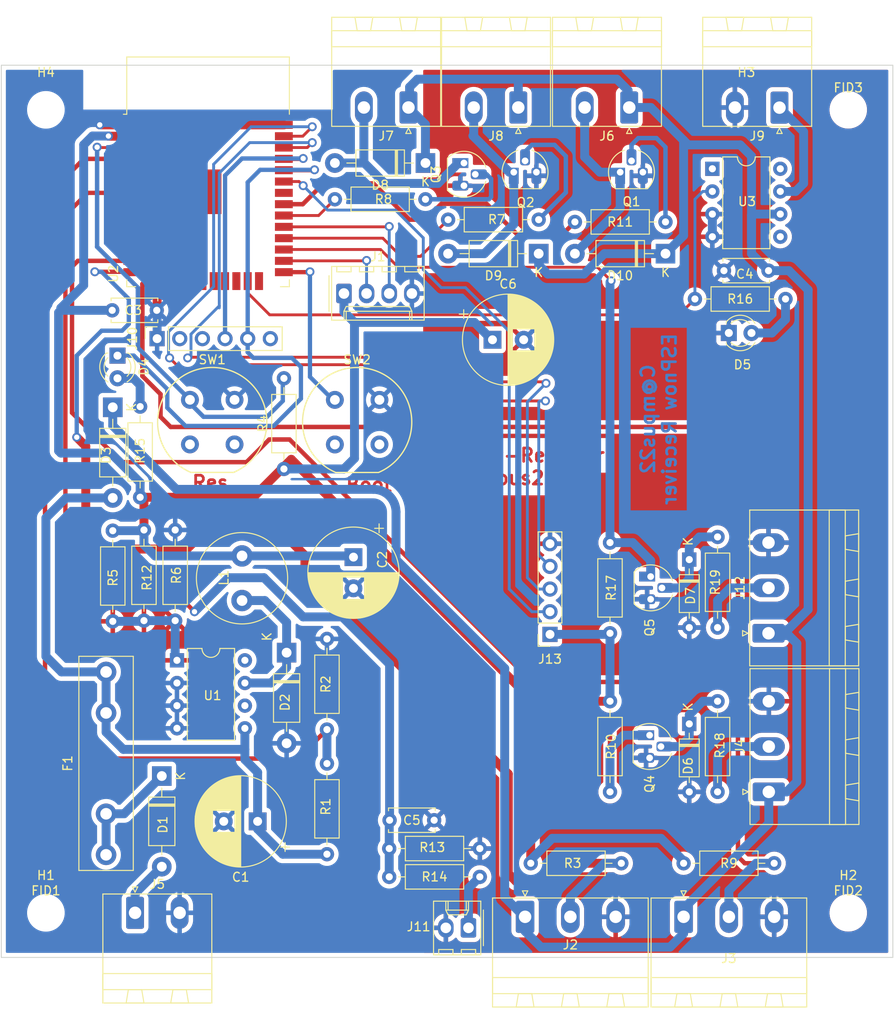
<source format=kicad_pcb>
(kicad_pcb (version 20211014) (generator pcbnew)
  (layers (0 "F.Cu" signal) (31 "B.Cu" signal) (34 "B.Paste" user) (35 "F.Paste" user) (36 "B.SilkS" user "B.Silkscreen") (37 "F.SilkS" user "F.Silkscreen") (38 "B.Mask" user) (39 "F.Mask" user) (44 "Edge.Cuts" user))
  (net 0 "")
  (net 1 "Net-(C1-Pad1)")
  (net 2 "GND")
  (net 3 "+3V3")
  (net 4 "+12V")
  (net 5 "Net-(C5-Pad1)")
  (net 6 "Net-(D1-Pad1)")
  (net 7 "Net-(D1-Pad2)")
  (net 8 "/OUT")
  (net 9 "/Tx")
  (net 10 "Net-(D4-Pad2)")
  (net 11 "Net-(D5-Pad2)")
  (net 12 "/SDA")
  (net 13 "/SCL")
  (net 14 "/ES1")
  (net 15 "/ES2")
  (net 16 "/S3")
  (net 17 "Net-(D8-Pad2)")
  (net 18 "Net-(D9-Pad2)")
  (net 19 "Net-(D10-Pad2)")
  (net 20 "Net-(J9-Pad1)")
  (net 21 "/RTS")
  (net 22 "/VCC")
  (net 23 "/Rx")
  (net 24 "/DTR")
  (net 25 "Net-(J11-Pad1)")
  (net 26 "Net-(Q1-Pad2)")
  (net 27 "Net-(Q2-Pad2)")
  (net 28 "Net-(Q3-Pad2)")
  (net 29 "/Uin")
  (net 30 "/~{RES}")
  (net 31 "/Rel1")
  (net 32 "/Rel2")
  (net 33 "/Div")
  (net 34 "/PWM")
  (net 35 "/BOOT")
  (net 52 "Net-(D6-Pad1)")
  (net 54 "Net-(J13-Pad2)")
  (net 55 "Net-(J13-Pad3)")
  (net 56 "Net-(J13-Pad4)")
  (net 60 "Net-(D7-Pad1)")
  (net 61 "/S4")
  (net 62 "/S3_I")
  (net 63 "/S4_I")
  (net 64 "/FB")
  (footprint "Fiducial:Fiducial_1.5mm_Mask3mm" (layer "F.Cu") (at 195 55)
    (fp_text reference "FID3")
    (fp_text value "Fiducial")
  )
  (footprint "Resistor_THT:R_Axial_DIN0207_L6.3mm_D2.5mm_P10.16mm_Horizontal" (layer "F.Cu") (at 112.5 102.17 -90)
    (fp_text reference "R5")
    (fp_text value "3k3")
  )
  (footprint "Diode_THT:D_DO-35_SOD27_P7.62mm_Horizontal" (layer "F.Cu") (at 177.165 123.825 -90)
    (fp_text reference "D6")
    (fp_text value "1N4148")
  )
  (footprint "Resistor_THT:R_Axial_DIN0207_L6.3mm_D2.5mm_P10.16mm_Horizontal" (layer "F.Cu") (at 136.525 124.46 90)
    (fp_text reference "R2")
    (fp_text value "100k")
  )
  (footprint "Package_TO_SOT_THT:TO-92_HandSolder" (layer "F.Cu") (at 157.48 61.988)
    (fp_text reference "Q2")
    (fp_text value "BC337")
  )
  (footprint "Connector_Phoenix_MSTB:PhoenixContact_MSTBA_2,5_2-G_1x02_P5.00mm_Horizontal" (layer "F.Cu") (at 170.434 54.737 180)
    (fp_text reference "J6")
    (fp_text value "Div")
  )
  (footprint "Resistor_THT:R_Axial_DIN0207_L6.3mm_D2.5mm_P10.16mm_Horizontal" (layer "F.Cu") (at 136.525 138.43 90)
    (fp_text reference "R1")
    (fp_text value "390k")
  )
  (footprint "Connector_Phoenix_MSTB:PhoenixContact_MSTBA_2,5_2-G_1x02_P5.00mm_Horizontal" (layer "F.Cu") (at 187.284995 54.737 180)
    (fp_text reference "J9")
    (fp_text value "Gate")
  )
  (footprint "RF_Module:ESP32-WROOM-32" (layer "F.Cu") (at 123.19 64.94)
    (fp_text reference "U2")
    (fp_text value "ESP32-WROOM-32D")
  )
  (footprint "Diode_THT:D_DO-41_SOD81_P10.16mm_Horizontal" (layer "F.Cu") (at 147.574 60.96 180)
    (fp_text reference "D8")
    (fp_text value "1N4001")
  )
  (footprint "MountingHole:MountingHole_3.2mm_M3" (layer "F.Cu") (at 195 55)
    (fp_text reference "H3")
    (fp_text value "MountingHole")
  )
  (footprint "Resistor_THT:R_Axial_DIN0207_L6.3mm_D2.5mm_P10.16mm_Horizontal" (layer "F.Cu") (at 119.5 112.25 90)
    (fp_text reference "R6")
    (fp_text value "1k8")
  )
  (footprint "Diode_THT:D_DO-41_SOD81_P10.16mm_Horizontal" (layer "F.Cu") (at 132 115.84 -90)
    (fp_text reference "D2")
    (fp_text value "1N5817")
  )
  (footprint "Capacitor_THT:CP_Radial_D10.0mm_P3.50mm" (layer "F.Cu") (at 139.5 105.132323 -90)
    (fp_text reference "C2")
    (fp_text value "220uF/10V")
  )
  (footprint "Connector_PinSocket_2.54mm:PinSocket_1x05_P2.54mm_Vertical" (layer "F.Cu") (at 161.544 113.792 180)
    (fp_text reference "J13")
    (fp_text value "Conn_01x05_Female")
  )
  (footprint "Capacitor_THT:C_Disc_D5.0mm_W2.5mm_P5.00mm" (layer "F.Cu") (at 143.55 134.62)
    (fp_text reference "C5")
    (fp_text value "100n")
  )
  (footprint "Diode_THT:D_DO-41_SOD81_P10.16mm_Horizontal" (layer "F.Cu") (at 118 129.67 -90)
    (fp_text reference "D1")
    (fp_text value "1N4007")
  )
  (footprint "Resistor_THT:R_Axial_DIN0207_L6.3mm_D2.5mm_P10.16mm_Horizontal" (layer "F.Cu") (at 176.53 139.446)
    (fp_text reference "R9")
    (fp_text value "3k3")
  )
  (footprint "Fuse:Fuseholder_Littelfuse_100_series_5x20mm" (layer "F.Cu") (at 111.75 138.5 90)
    (fp_text reference "F1")
    (fp_text value "Fuse_Small")
  )
  (footprint "Connector_Molex:Molex_KK-254_AE-6410-02A_1x02_P2.54mm_Vertical" (layer "F.Cu") (at 152.4 146.685 180)
    (fp_text reference "J11")
    (fp_text value "Vcon")
  )
  (footprint "LED_THT:LED_D3.0mm" (layer "F.Cu") (at 181.605 80.01)
    (fp_text reference "D5")
    (fp_text value "LED")
  )
  (footprint "Resistor_THT:R_Axial_DIN0207_L6.3mm_D2.5mm_P10.16mm_Horizontal" (layer "F.Cu") (at 143.51 140.97)
    (fp_text reference "R14")
    (fp_text value "390k")
  )
  (footprint "Package_DIP:DIP-8_W7.62mm" (layer "F.Cu") (at 179.755 61.605)
    (fp_text reference "U3")
    (fp_text value "MIC4427")
  )
  (footprint "Button_Switch_THT:Push_E-Switch_KS01Q01" (layer "F.Cu") (at 121.158 87.500003)
    (fp_text reference "SW1")
    (fp_text value "SW_Push")
  )
  (footprint "Package_TO_SOT_THT:TO-92_HandSolder" (layer "F.Cu") (at 172.72 125.095 -90)
    (fp_text reference "Q4")
    (fp_text value "BC337")
  )
  (footprint "Package_TO_SOT_THT:TO-92_HandSolder" (layer "F.Cu") (at 172.835 107.315 -90)
    (fp_text reference "Q5")
    (fp_text value "BC337")
  )
  (footprint "MountingHole:MountingHole_3.2mm_M3" (layer "F.Cu") (at 105 55)
    (fp_text reference "H4")
    (fp_text value "MountingHole")
  )
  (footprint "Capacitor_THT:CP_Radial_D10.0mm_P3.80mm" (layer "F.Cu") (at 128.75 134.75 180)
    (fp_text reference "C1")
    (fp_text value "47uF/35V")
  )
  (footprint "Connector_Phoenix_MSTB:PhoenixContact_MSTBA_2,5_2-G_1x02_P5.00mm_Horizontal" (layer "F.Cu") (at 145.669 54.737 180)
    (fp_text reference "J7")
    (fp_text value "Rel_2")
  )
  (footprint "Resistor_THT:R_Axial_DIN0207_L6.3mm_D2.5mm_P10.16mm_Horizontal" (layer "F.Cu") (at 116 102.09 -90)
    (fp_text reference "R12")
    (fp_text value "33k")
  )
  (footprint "Diode_THT:D_DO-41_SOD81_P10.16mm_Horizontal" (layer "F.Cu") (at 160.274 71.12 180)
    (fp_text reference "D9")
    (fp_text value "1N4001")
  )
  (footprint "Capacitor_THT:C_Disc_D5.0mm_W2.5mm_P5.00mm" (layer "F.Cu") (at 112.435 77.47)
    (fp_text reference "C3")
    (fp_text value "220n")
  )
  (footprint "Connector_Phoenix_MSTB:PhoenixContact_MSTBA_2,5_3-G-5,08_1x03_P5.08mm_Horizontal" (layer "F.Cu") (at 186.0875 131.445 90)
    (fp_text reference "J4")
    (fp_text value "S3")
  )
  (footprint "Capacitor_THT:CP_Radial_D10.0mm_P3.50mm" (layer "F.Cu") (at 155.092323 80.772)
    (fp_text reference "C6")
    (fp_text value "22uF")
  )
  (footprint "Resistor_THT:R_Axial_DIN0207_L6.3mm_D2.5mm_P10.16mm_Horizontal" (layer "F.Cu") (at 159.385 139.446)
    (fp_text reference "R3")
    (fp_text value "3k3")
  )
  (footprint "Resistor_THT:R_Axial_DIN0207_L6.3mm_D2.5mm_P10.16mm_Horizontal" (layer "F.Cu") (at 150.114 67.31)
    (fp_text reference "R7")
    (fp_text value "R")
  )
  (footprint "Connector_PinSocket_2.54mm:PinSocket_1x06_P2.54mm_Vertical" (layer "F.Cu") (at 117.475 80.645 90)
    (fp_text reference "J10")
    (fp_text value "Prog")
  )
  (footprint "Connector_Phoenix_MSTB:PhoenixContact_MSTBA_2,5_3-G-5,08_1x03_P5.08mm_Horizontal" (layer "F.Cu") (at 176.53 145.4475)
    (fp_text reference "J3")
    (fp_text value "ES2")
  )
  (footprint "Package_TO_SOT_THT:TO-92_HandSolder" (layer "F.Cu") (at 169.418 61.988)
    (fp_text reference "Q1")
    (fp_text value "BC337")
  )
  (footprint "Resistor_THT:R_Axial_DIN0207_L6.3mm_D2.5mm_P10.16mm_Horizontal" (layer "F.Cu") (at 164.338 67.564)
    (fp_text reference "R11")
    (fp_text value "R")
  )
  (footprint "Resistor_THT:R_Axial_DIN0207_L6.3mm_D2.5mm_P10.16mm_Horizontal" (layer "F.Cu") (at 137.414 65.024)
    (fp_text reference "R8")
    (fp_text value "R")
  )
  (footprint "Package_TO_SOT_THT:TO-92_HandSolder" (layer "F.Cu") (at 151.892 60.96 -90)
    (fp_text reference "Q3")
    (fp_text value "BC337")
  )
  (footprint "Connector_Molex:Molex_KK-254_AE-6410-04A_1x04_P2.54mm_Vertical" (layer "F.Cu") (at 138.43 75.585)
    (fp_text reference "J1")
    (fp_text value "I2C")
  )
  (footprint "MountingHole:MountingHole_3.2mm_M3" (layer "F.Cu") (at 195 145)
    (fp_text reference "H2")
    (fp_text value "MountingHole")
  )
  (footprint "Resistor_THT:R_Axial_DIN0207_L6.3mm_D2.5mm_P10.16mm_Horizontal" (layer "F.Cu") (at 143.51 137.795)
    (fp_text reference "R13")
    (fp_text value "100k")
  )
  (footprint "Diode_THT:D_DO-35_SOD27_P7.62mm_Horizontal" (layer "F.Cu") (at 177.165 105.41 -90)
    (fp_text reference "D7")
    (fp_text value "1N4148")
  )
  (footprint "Fiducial:Fiducial_1.5mm_Mask3mm" (layer "F.Cu") (at 195 145)
    (fp_text reference "FID2")
    (fp_text value "Fiducial")
  )
  (footprint "Connector_Phoenix_MSTB:PhoenixContact_MSTBA_2,5_3-G-5,08_1x03_P5.08mm_Horizontal" (layer "F.Cu") (at 158.75 145.4475)
    (fp_text reference "J2")
    (fp_text value "ES!")
  )
  (footprint "Resistor_THT:R_Axial_DIN0207_L6.3mm_D2.5mm_P10.16mm_Horizontal" (layer "F.Cu") (at 180.34 131.445 90)
    (fp_text reference "R18")
    (fp_text value "12k")
  )
  (footprint "Connector_Phoenix_MSTB:PhoenixContact_MSTBA_2,5_2-G_1x02_P5.00mm_Horizontal" (layer "F.Cu") (at 115 145)
    (fp_text reference "J5")
    (fp_text value "12Vin")
  )
  (footprint "Package_DIP:DIP-8_W7.62mm" (layer "F.Cu") (at 119.7 116.7)
    (fp_text reference "U1")
    (fp_text value "LM2574HVN-ADJ")
  )
  (footprint "Resistor_THT:R_Axial_DIN0207_L6.3mm_D2.5mm_P10.16mm_Horizontal" (layer "F.Cu") (at 168.275 121.285 -90)
    (fp_text reference "R10")
    (fp_text value "3k3")
  )
  (footprint "Resistor_THT:R_Axial_DIN0207_L6.3mm_D2.5mm_P10.16mm_Horizontal" (layer "F.Cu") (at 115.57 98.425 90)
    (fp_text reference "R15")
    (fp_text value "470R")
  )
  (footprint "Diode_THT:D_DO-41_SOD81_P10.16mm_Horizontal" (layer "F.Cu") (at 174.498 71.12 180)
    (fp_text reference "D10")
    (fp_text value "1N4001")
  )
  (footprint "Resistor_THT:R_Axial_DIN0207_L6.3mm_D2.5mm_P10.16mm_Horizontal" (layer "F.Cu") (at 168.275 113.665 90)
    (fp_text reference "R17")
    (fp_text value "3k3")
  )
  (footprint "Resistor_THT:R_Axial_DIN0207_L6.3mm_D2.5mm_P10.16mm_Horizontal" (layer "F.Cu") (at 131.699 95.25 90)
    (fp_text reference "R4")
    (fp_text value "R")
  )
  (footprint "Connector_Phoenix_MSTB:PhoenixContact_MSTBA_2,5_2-G_1x02_P5.00mm_Horizontal" (layer "F.Cu") (at 157.988 54.737 180)
    (fp_text reference "J8")
    (fp_text value "Rel_1")
  )
  (footprint "Fiducial:Fiducial_1.5mm_Mask3mm" (layer "F.Cu") (at 105 145)
    (fp_text reference "FID1")
    (fp_text value "Fiducial")
  )
  (footprint "LED_THT:LED_D3.0mm" (layer "F.Cu") (at 113.03 82.55 -90)
    (fp_text reference "D4")
    (fp_text value "LED")
  )
  (footprint "Resistor_THT:R_Axial_DIN0207_L6.3mm_D2.5mm_P10.16mm_Horizontal" (layer "F.Cu") (at 180.34 113.03 90)
    (fp_text reference "R19")
    (fp_text value "12k")
  )
  (footprint "MountingHole:MountingHole_3.2mm_M3" (layer "F.Cu") (at 105 145)
    (fp_text reference "H1")
    (fp_text value "MountingHole")
  )
  (footprint "Inductor_THT:L_Radial_D10.0mm_P5.00mm_Neosid_SD12_style3" (layer "F.Cu") (at 127 110 90)
    (fp_text reference "L1")
    (fp_text value "330uH")
  )
  (footprint "Button_Switch_THT:Push_E-Switch_KS01Q01" (layer "F.Cu") (at 137.414 87.506251)
    (fp_text reference "SW2")
    (fp_text value "SW_Push")
  )
  (footprint "Capacitor_THT:C_Disc_D5.0mm_W2.5mm_P5.00mm" (layer "F.Cu") (at 186.055 73.025 180)
    (fp_text reference "C4")
    (fp_text value "100n")
  )
  (footprint "Connector_Phoenix_MSTB:PhoenixContact_MSTBA_2,5_3-G-5,08_1x03_P5.08mm_Horizontal" (layer "F.Cu") (at 186.055 113.665 90)
    (fp_text reference "J12")
    (fp_text value "S4")
  )
  (footprint "Diode_THT:D_DO-41_SOD81_P10.16mm_Horizontal" (layer "F.Cu") (at 112.5 88.34 -90)
    (fp_text reference "D3")
    (fp_text value "1N4007")
  )
  (footprint "Resistor_THT:R_Axial_DIN0207_L6.3mm_D2.5mm_P10.16mm_Horizontal" (layer "F.Cu") (at 177.8 76.2)
    (fp_text reference "R16")
    (fp_text value "470R")
  )
  (gr_line (start 200 150) (end 200 50) (layer "Edge.Cuts") (width 0.1))
  (gr_line (start 100 50) (end 100 150) (layer "Edge.Cuts") (width 0.1))
  (gr_line (start 200 50) (end 100 50) (layer "Edge.Cuts") (width 0.1))
  (gr_line (start 100 150) (end 200 150) (layer "Edge.Cuts") (width 0.1))
  (gr_text "ESPnow-Receiver\n" (at 157.734 93.726) (layer "F.Cu") (effects (font (size 1.5 1.5) (thickness 0.3))))
  (gr_text "GND\n" (at 127.254 145.034) (layer "F.Cu") (effects (font (size 1.5 1.5) (thickness 0.3))))
  (gr_text "S3\n" (at 194.818 126.238) (layer "F.Cu") (effects (font (size 1.5 1.5) (thickness 0.3))))
  (gr_text "Res\n" (at 123.444 96.774) (layer "F.Cu") (effects (font (size 1.5 1.5) (thickness 0.3))))
  (gr_text "C@mpus22" (at 156.21 96.266) (layer "F.Cu") (effects (font (size 1.5 1.5) (thickness 0.3))))
  (gr_text "S4\n" (at 194.818 108.458) (layer "F.Cu") (effects (font (size 1.5 1.5) (thickness 0.3))))
  (gr_text "Boot\n" (at 141.224 97.028) (layer "F.Cu") (effects (font (size 1.5 1.5) (thickness 0.3))))
  (gr_text "C@mpus22\nESPnow Receiver\n" (at 173.736 89.662 90) (layer "B.Cu") (effects (font (size 1.5 1.5) (thickness 0.3)) (justify mirror)))
  (segment (start 128.75 129.25) (end 127.32 127.82) (width 1) (layer "B.Cu") (net 1))
  (segment (start 107.25 98.5) (end 112.5 98.5) (width 1) (layer "B.Cu") (net 1))
  (segment (start 111.75 118) (end 106.75 118) (width 1) (layer "B.Cu") (net 1))
  (segment (start 131.572 138.43) (end 136.525 138.43) (width 1) (layer "B.Cu") (net 1))
  (segment (start 127.32 127.82) (end 127.32 126.68) (width 1) (layer "B.Cu") (net 1))
  (segment (start 128.75 134.75) (end 128.75 135.608) (width 1) (layer "B.Cu") (net 1))
  (segment (start 106.75 118) (end 105 116.25) (width 1) (layer "B.Cu") (net 1))
  (segment (start 128.75 134.75) (end 128.75 129.25) (width 1) (layer "B.Cu") (net 1))
  (segment (start 128.75 135.608) (end 131.572 138.43) (width 1) (layer "B.Cu") (net 1))
  (segment (start 105 116.25) (end 105 100.75) (width 1) (layer "B.Cu") (net 1))
  (segment (start 111.75 122.6) (end 111.75 124.75) (width 1) (layer "B.Cu") (net 1))
  (segment (start 127.32 126.68) (end 127.32 124.32) (width 1) (layer "B.Cu") (net 1))
  (segment (start 113.68 126.68) (end 127.32 126.68) (width 1) (layer "B.Cu") (net 1))
  (segment (start 111.75 122.6) (end 111.75 118) (width 1) (layer "B.Cu") (net 1))
  (segment (start 105 100.75) (end 107.25 98.5) (width 1) (layer "B.Cu") (net 1))
  (segment (start 111.75 124.75) (end 113.68 126.68) (width 1) (layer "B.Cu") (net 1))
  (segment (start 122.19 56.966) (end 122.471 56.685) (width 1) (layer "F.Cu") (net 2))
  (segment (start 117.475 74.195) (end 117.475 77.43) (width 1) (layer "F.Cu") (net 2))
  (segment (start 122.19 64.185) (end 122.19 56.966) (width 1) (layer "F.Cu") (net 2))
  (segment (start 122.471 56.685) (end 131.69 56.685) (width 1) (layer "F.Cu") (net 2))
  (segment (start 114.69 56.685) (end 122.471 56.685) (width 1) (layer "F.Cu") (net 2))
  (segment (start 117.475 77.43) (end 117.435 77.47) (width 1) (layer "F.Cu") (net 2))
  (segment (start 114.69 56.685) (end 111.041 56.685) (width 1) (layer "F.Cu") (net 2))
  (via (at 111.041 56.685) (size 1) (drill 0.6) (layers "F.Cu" "B.Cu") (net 2))
  (segment (start 117.475 77.51) (end 117.435 77.47) (width 1) (layer "B.Cu") (net 2))
  (segment (start 117.475 80.645) (end 117.475 77.51) (width 1) (layer "B.Cu") (net 2))
  (segment (start 179.755 66.685) (end 179.755 69.225) (width 1) (layer "B.Cu") (net 2))
  (segment (start 112.034 57.955) (end 112.014 57.935) (width 1) (layer "F.Cu") (net 3))
  (segment (start 159.385 121.031) (end 159.385 123.19) (width 1) (layer "F.Cu") (net 3))
  (segment (start 132.5245 94.1705) (end 159.385 121.031) (width 1) (layer "F.Cu") (net 3))
  (segment (start 114.69 57.955) (end 112.034 57.955) (width 1) (layer "F.Cu") (net 3))
  (segment (start 159.385 123.19) (end 161.29 121.285) (width 1) (layer "F.Cu") (net 3))
  (segment (start 159.385 123.19) (end 159.385 139.446) (width 1) (layer "F.Cu") (net 3))
  (segment (start 161.29 121.285) (end 168.275 121.285) (width 1) (layer "F.Cu") (net 3))
  (segment (start 128.27 98.425) (end 132.5245 94.1705) (width 1) (layer "F.Cu") (net 3))
  (segment (start 116 102.09) (end 116 98.855) (width 1) (layer "F.Cu") (net 3))
  (segment (start 115.57 98.425) (end 128.27 98.425) (width 1) (layer "F.Cu") (net 3))
  (segment (start 116 98.855) (end 115.57 98.425) (width 1) (layer "F.Cu") (net 3))
  (via (at 112.014 57.935) (size 1) (drill 0.6) (layers "F.Cu" "B.Cu") (net 3))
  (segment (start 115.57 98.425) (end 115.57 96.774) (width 1) (layer "B.Cu") (net 3))
  (segment (start 112.014 57.935) (end 110.225733 57.935) (width 1) (layer "B.Cu") (net 3))
  (segment (start 138.43 75.585) (end 138.43 77.64295) (width 1) (layer "B.Cu") (net 3))
  (segment (start 153.075525 78.826475) (end 155.02105 80.772) (width 1) (layer "B.Cu") (net 3))
  (segment (start 110.225733 57.935) (end 109.24 58.920733) (width 1) (layer "B.Cu") (net 3))
  (segment (start 115.92 102.17) (end 116 102.09) (width 1) (layer "B.Cu") (net 3))
  (segment (start 106.68 77.47) (end 112.435 77.47) (width 1) (layer "B.Cu") (net 3))
  (segment (start 117.25 105) (end 127 105) (width 1) (layer "B.Cu") (net 3))
  (segment (start 168.148 113.792) (end 168.275 113.665) (width 1) (layer "B.Cu") (net 3))
  (segment (start 139.367677 105) (end 139.5 105.132323) (width 1) (layer "B.Cu") (net 3))
  (segment (start 106.68 93.472) (end 106.426 93.218) (width 1) (layer "B.Cu") (net 3))
  (segment (start 131.445 95.25) (end 138.43 95.25) (width 1) (layer "B.Cu") (net 3))
  (segment (start 139.613525 94.066475) (end 139.613525 78.826475) (width 1) (layer "B.Cu") (net 3))
  (segment (start 155.02105 80.772) (end 155.092323 80.772) (width 1) (layer "B.Cu") (net 3))
  (segment (start 176.53 139.192) (end 173.99 136.652) (width 1) (layer "B.Cu") (net 3))
  (segment (start 106.68 77.216) (end 106.68 77.47) (width 1) (layer "B.Cu") (net 3))
  (segment (start 112.268 93.472) (end 106.68 93.472) (width 1) (layer "B.Cu") (net 3))
  (segment (start 153.075525 78.826475) (end 139.613525 78.826475) (width 1) (layer "B.Cu") (net 3))
  (segment (start 173.99 136.652) (end 161.798 136.652) (width 1) (layer "B.Cu") (net 3))
  (segment (start 109.24 74.656) (end 106.68 77.216) (width 1) (layer "B.Cu") (net 3))
  (segment (start 168.275 121.285) (end 168.275 113.665) (width 1) (layer "B.Cu") (net 3))
  (segment (start 106.426 77.724) (end 106.68 77.47) (width 1) (layer "B.Cu") (net 3))
  (segment (start 161.544 113.792) (end 168.148 113.792) (width 1) (layer "B.Cu") (net 3))
  (segment (start 127 105) (end 139.367677 105) (width 1) (layer "B.Cu") (net 3))
  (segment (start 109.24 58.920733) (end 109.24 74.656) (width 1) (layer "B.Cu") (net 3))
  (segment (start 112.5 102.17) (end 115.92 102.17) (width 1) (layer "B.Cu") (net 3))
  (segment (start 161.798 136.652) (end 159.385 139.065) (width 1) (layer "B.Cu") (net 3))
  (segment (start 138.43 77.64295) (end 139.613525 78.826475) (width 1) (layer "B.Cu") (net 3))
  (segment (start 116 103.75) (end 117.25 105) (width 1) (layer "B.Cu") (net 3))
  (segment (start 115.57 96.774) (end 112.268 93.472) (width 1) (layer "B.Cu") (net 3))
  (segment (start 138.43 95.25) (end 139.613525 94.066475) (width 1) (layer "B.Cu") (net 3))
  (segment (start 106.426 93.218) (end 106.426 77.724) (width 1) (layer "B.Cu") (net 3))
  (segment (start 116 102.09) (end 116 103.75) (width 1) (layer "B.Cu") (net 3))
  (segment (start 176.53 147.32) (end 176.53 145.4475) (width 1) (layer "B.Cu") (net 4))
  (segment (start 188.087 131.445) (end 189.23 130.302) (width 1) (layer "B.Cu") (net 4))
  (segment (start 170.307 54.61) (end 170.18 54.737) (width 1) (layer "B.Cu") (net 4))
  (segment (start 160.274 71.12) (end 160.274 72.39) (width 1) (layer "B.Cu") (net 4))
  (segment (start 112.5 88.34) (end 112.5 90.402) (width 1) (layer "B.Cu") (net 4))
  (segment (start 145.796 52.451) (end 145.796 54.61) (width 1) (layer "B.Cu") (net 4))
  (segment (start 165.354 73.406) (end 167.64 71.12) (width 1) (layer "B.Cu") (net 4))
  (segment (start 158.6555 145.4475) (end 158.75 145.4475) (width 1) (layer "B.Cu") (net 4))
  (segment (start 176.53 144.526) (end 186.0875 134.9685) (width 1) (layer "B.Cu") (net 4))
  (segment (start 144.272 100.076) (end 144.272 105.41) (width 1) (layer "B.Cu") (net 4))
  (segment (start 144.272 105.41) (end 156.464 117.602) (width 1) (layer "B.Cu") (net 4))
  (segment (start 172.847 54.737) (end 176.53 58.42) (width 1) (layer "B.Cu") (net 4))
  (segment (start 182.88 58.928) (end 184.15 60.198) (width 1) (layer "B.Cu") (net 4))
  (segment (start 184.15 69.85) (end 184.15 66.802) (width 1) (layer "B.Cu") (net 4))
  (segment (start 188.341 73.025) (end 186.055 73.025) (width 1) (layer "B.Cu") (net 4))
  (segment (start 176.53 145.4475) (end 176.53 144.526) (width 1) (layer "B.Cu") (net 4))
  (segment (start 169.037 51.562) (end 170.307 52.832) (width 1) (layer "B.Cu") (net 4))
  (segment (start 175.006 148.844) (end 176.53 147.32) (width 1) (layer "B.Cu") (net 4))
  (segment (start 174.498 71.12) (end 176.53 69.088) (width 1) (layer "B.Cu") (net 4))
  (segment (start 186.0875 131.445) (end 188.087 131.445) (width 1) (layer "B.Cu") (net 4))
  (segment (start 188.214 113.284) (end 190.5 110.998) (width 1) (layer "B.Cu") (net 4))
  (segment (start 147.574 60.96) (end 147.574 56.642) (width 1) (layer "B.Cu") (net 4))
  (segment (start 157.861 51.562) (end 169.037 51.562) (width 1) (layer "B.Cu") (net 4))
  (segment (start 112.5 90.402) (end 119.634 97.536) (width 1) (layer "B.Cu") (net 4))
  (segment (start 160.528 148.844) (end 175.006 148.844) (width 1) (layer "B.Cu") (net 4))
  (segment (start 161.29 73.406) (end 165.354 73.406) (width 1) (layer "B.Cu") (net 4))
  (segment (start 157.988 51.689) (end 157.861 51.562) (width 1) (layer "B.Cu") (net 4))
  (segment (start 190.5 75.184) (end 188.341 73.025) (width 1) (layer "B.Cu") (net 4))
  (segment (start 186.055 113.665) (end 186.436 113.284) (width 1) (layer "B.Cu") (net 4))
  (segment (start 177.038 58.928) (end 182.88 58.928) (width 1) (layer "B.Cu") (net 4))
  (segment (start 184.267 66.685) (end 187.375 66.685) (width 1) (layer "B.Cu") (net 4))
  (segment (start 158.75 145.4475) (end 158.75 147.066) (width 1) (layer "B.Cu") (net 4))
  (segment (start 157.861 51.562) (end 146.685 51.562) (width 1) (layer "B.Cu") (net 4))
  (segment (start 170.307 52.832) (end 170.307 54.61) (width 1) (layer "B.Cu") (net 4))
  (segment (start 147.574 56.642) (end 145.669 54.737) (width 1) (layer "B.Cu") (net 4))
  (segment (start 156.464 117.602) (end 156.464 143.256) (width 1) (layer "B.Cu") (net 4))
  (segment (start 186.055 73.025) (end 184.15 71.12) (width 1) (layer "B.Cu") (net 4))
  (segment (start 186.055 113.665) (end 186.309 113.919) (width 1) (layer "B.Cu") (net 4))
  (segment (start 186.309 113.919) (end 188.341 113.919) (width 1) (layer "B.Cu") (net 4))
  (segment (start 186.0875 134.9685) (end 186.0875 131.445) (width 1) (layer "B.Cu") (net 4))
  (segment (start 119.634 97.536) (end 141.732 97.536) (width 1) (layer "B.Cu") (net 4))
  (segment (start 156.464 143.256) (end 158.6555 145.4475) (width 1) (layer "B.Cu") (net 4))
  (segment (start 158.75 147.066) (end 160.528 148.844) (width 1) (layer "B.Cu") (net 4))
  (segment (start 189.23 114.808) (end 188.341 113.919) (width 1) (layer "B.Cu") (net 4))
  (segment (start 157.988 54.737) (end 157.988 51.689) (width 1) (layer "B.Cu") (net 4))
  (segment (start 176.53 69.088) (end 176.53 58.42) (width 1) (layer "B.Cu") (net 4))
  (segment (start 184.15 66.802) (end 184.267 66.685) (width 1) (layer "B.Cu") (net 4))
  (segment (start 190.5 110.998) (end 190.5 75.184) (width 1) (layer "B.Cu") (net 4))
  (segment (start 170.18 54.737) (end 172.847 54.737) (width 1) (layer "B.Cu") (net 4))
  (segment (start 184.15 71.12) (end 184.15 69.85) (width 1) (layer "B.Cu") (net 4))
  (segment (start 176.53 58.42) (end 177.038 58.928) (width 1) (layer "B.Cu") (net 4))
  (segment (start 186.436 113.284) (end 188.214 113.284) (width 1) (layer "B.Cu") (net 4))
  (segment (start 145.796 54.61) (end 145.669 54.737) (width 1) (layer "B.Cu") (net 4))
  (segment (start 146.685 51.562) (end 145.796 52.451) (width 1) (layer "B.Cu") (net 4))
  (segment (start 160.274 72.39) (end 161.29 73.406) (width 1) (layer "B.Cu") (net 4))
  (segment (start 184.15 60.198) (end 184.15 69.85) (width 1) (layer "B.Cu") (net 4))
  (segment (start 167.64 71.12) (end 174.498 71.12) (width 1) (layer "B.Cu") (net 4))
  (segment (start 189.23 130.302) (end 189.23 114.808) (width 1) (layer "B.Cu") (net 4))
  (arc (start 141.732 97.536) (mid 143.528051 98.279949) (end 144.272 100.076) (width 1) (layer "B.Cu") (net 4))
  (segment (start 107.188 106.68) (end 107.188 66.802) (width 0.4826) (layer "F.Cu") (net 5))
  (segment (start 121.666 111.252) (end 118.872 108.458) (width 0.4826) (layer "F.Cu") (net 5))
  (segment (start 107.188 106.68) (end 108.966 108.458) (width 0.4826) (layer "F.Cu") (net 5))
  (segment (start 107.188 66.802) (end 109.684998 64.305002) (width 0.4826) (layer "F.Cu") (net 5))
  (segment (start 109.684998 64.305002) (end 114.689992 64.305002) (width 0.4826) (layer "F.Cu") (net 5))
  (segment (start 108.966 108.458) (end 118.872 108.458) (width 0.4826) (layer "F.Cu") (net 5))
  (via (at 121.666 111.252) (size 1) (drill 0.6) (layers "F.Cu" "B.Cu") (net 5))
  (segment (start 143.51 134.66) (end 143.55 134.62) (width 1) (layer "B.Cu") (net 5))
  (segment (start 129.459766 107.442) (end 125.476 107.442) (width 1) (layer "B.Cu") (net 5))
  (segment (start 143.55 134.62) (end 143.55 117.134) (width 1) (layer "B.Cu") (net 5))
  (segment (start 143.55 117.134) (end 138.248234 111.832234) (width 1) (layer "B.Cu") (net 5))
  (segment (start 125.476 107.442) (end 121.666 111.252) (width 1) (layer "B.Cu") (net 5))
  (segment (start 143.51 140.97) (end 143.51 137.795) (width 1) (layer "B.Cu") (net 5))
  (segment (start 133.85 111.832234) (end 129.459766 107.442) (width 1) (layer "B.Cu") (net 5))
  (segment (start 138.248234 111.832234) (end 133.85 111.832234) (width 1) (layer "B.Cu") (net 5))
  (segment (start 143.51 137.795) (end 143.51 134.66) (width 1) (layer "B.Cu") (net 5))
  (segment (start 113.77 133.9) (end 118 129.67) (width 1) (layer "B.Cu") (net 6))
  (segment (start 111.75 133.9) (end 113.77 133.9) (width 1) (layer "B.Cu") (net 6))
  (segment (start 111.75 138.5) (end 111.75 133.9) (width 1) (layer "B.Cu") (net 6))
  (segment (start 115 142.83) (end 118 139.83) (width 1) (layer "B.Cu") (net 7))
  (segment (start 115 145) (end 115 142.83) (width 1) (layer "B.Cu") (net 7))
  (segment (start 127 110) (end 129.558 110) (width 1) (layer "B.Cu") (net 8))
  (segment (start 130.26 119.24) (end 132 117.5) (width 1) (layer "B.Cu") (net 8))
  (segment (start 132 117.5) (end 132 115.84) (width 1) (layer "B.Cu") (net 8))
  (segment (start 127.32 119.24) (end 130.26 119.24) (width 1) (layer "B.Cu") (net 8))
  (segment (start 129.558 110) (end 132 112.442) (width 1) (layer "B.Cu") (net 8))
  (segment (start 132 112.442) (end 132 115.84) (width 1) (layer "B.Cu") (net 8))
  (segment (start 135.085 61.765) (end 135.128 61.722) (width 0.4826) (layer "F.Cu") (net 9))
  (segment (start 131.69 61.765) (end 135.085 61.765) (width 0.4826) (layer "F.Cu") (net 9))
  (via (at 135.128 61.722) (size 1) (drill 0.6) (layers "F.Cu" "B.Cu") (net 9))
  (segment (start 128.27 82.804) (end 127.635 82.169) (width 0.4826) (layer "B.Cu") (net 9))
  (segment (start 127.635 63.119) (end 127.635 80.645) (width 0.4826) (layer "B.Cu") (net 9))
  (segment (start 132.588 82.804) (end 128.27 82.804) (width 0.4826) (layer "B.Cu") (net 9))
  (segment (start 113.03 82.55) (end 114.86662 82.55) (width 0.4826) (layer "B.Cu") (net 9))
  (segment (start 135.128 61.722) (end 129.032 61.722) (width 0.4826) (layer "B.Cu") (net 9))
  (segment (start 118.618 88.392) (end 120.65 90.424) (width 0.4826) (layer "B.Cu") (net 9))
  (segment (start 127.635 82.169) (end 127.635 80.645) (width 0.4826) (layer "B.Cu") (net 9))
  (segment (start 129.032 61.722) (end 127.635 63.119) (width 0.4826) (layer "B.Cu") (net 9))
  (segment (start 114.86662 82.55) (end 118.618 86.30138) (width 0.4826) (layer "B.Cu") (net 9))
  (segment (start 120.65 90.424) (end 130.556 90.424) (width 0.4826) (layer "B.Cu") (net 9))
  (segment (start 133.604 87.376) (end 133.604 83.82) (width 0.4826) (layer "B.Cu") (net 9))
  (segment (start 130.556 90.424) (end 133.604 87.376) (width 0.4826) (layer "B.Cu") (net 9))
  (segment (start 118.618 86.30138) (end 118.618 88.392) (width 0.4826) (layer "B.Cu") (net 9))
  (segment (start 133.604 83.82) (end 132.588 82.804) (width 0.4826) (layer "B.Cu") (net 9))
  (segment (start 114.808 85.09) (end 113.03 85.09) (width 1) (layer "B.Cu") (net 10))
  (segment (start 115.57 88.265) (end 115.57 85.852) (width 1) (layer "B.Cu") (net 10))
  (segment (start 115.57 85.852) (end 114.808 85.09) (width 1) (layer "B.Cu") (net 10))
  (segment (start 187.96 78.486) (end 187.96 76.2) (width 1) (layer "B.Cu") (net 11))
  (segment (start 184.145 80.01) (end 186.436 80.01) (width 1) (layer "B.Cu") (net 11))
  (segment (start 186.436 80.01) (end 187.96 78.486) (width 1) (layer "B.Cu") (net 11))
  (segment (start 131.69 71.925) (end 140.927 71.925) (width 0.32) (layer "F.Cu") (net 12))
  (segment (start 140.927 71.925) (end 140.97 71.882) (width 0.32) (layer "F.Cu") (net 12))
  (via (at 140.97 71.882) (size 1) (drill 0.6) (layers "F.Cu" "B.Cu") (net 12))
  (segment (start 140.97 71.882) (end 140.97 75.585) (width 0.32) (layer "B.Cu") (net 12))
  (segment (start 131.69 68.115) (end 143.467 68.115) (width 0.32) (layer "F.Cu") (net 13))
  (segment (start 143.467 68.115) (end 143.51 68.072) (width 0.32) (layer "F.Cu") (net 13))
  (via (at 143.51 68.072) (size 1) (drill 0.6) (layers "F.Cu" "B.Cu") (net 13))
  (segment (start 143.51 68.072) (end 143.51 75.585) (width 0.32) (layer "B.Cu") (net 13))
  (segment (start 134.053617 106.621617) (end 134.053617 104.940851) (width 1) (layer "F.Cu") (net 14))
  (segment (start 162.052 139.446) (end 160.02 141.478) (width 1) (layer "F.Cu") (net 14))
  (segment (start 111.595261 104.229261) (end 109.474 102.108) (width 1) (layer "F.Cu") (net 14))
  (segment (start 131.220766 102.108) (end 122.936 102.108) (width 1) (layer "F.Cu") (net 14))
  (segment (start 109.474 102.108) (end 109.474 92.71) (width 1) (layer "F.Cu") (net 14))
  (segment (start 134.053617 104.940851) (end 131.220766 102.108) (width 1) (layer "F.Cu") (net 14))
  (segment (start 160.02 141.478) (end 157.734 141.478) (width 1) (layer "F.Cu") (net 14))
  (segment (start 157.734 141.478) (end 156.8675 140.6115) (width 1) (layer "F.Cu") (net 14))
  (segment (start 120.814739 104.229261) (end 111.595261 104.229261) (width 1) (layer "F.Cu") (net 14))
  (segment (start 156.8675 140.6115) (end 156.8675 129.4355) (width 1) (layer "F.Cu") (net 14))
  (segment (start 122.936 102.108) (end 120.814739 104.229261) (width 1) (layer "F.Cu") (net 14))
  (segment (start 110.49 73.152) (end 114.646989 73.152) (width 0.4826) (layer "F.Cu") (net 14))
  (segment (start 109.474 92.71) (end 108.458 91.694) (width 1) (layer "F.Cu") (net 14))
  (segment (start 169.545 139.446) (end 162.052 139.446) (width 1) (layer "F.Cu") (net 14))
  (segment (start 156.8675 129.4355) (end 134.053617 106.621617) (width 1) (layer "F.Cu") (net 14))
  (via (at 110.49 73.152) (size 1) (drill 0.6) (layers "F.Cu" "B.Cu") (net 14))
  (via (at 108.458 91.694) (size 1) (drill 0.6) (layers "F.Cu" "B.Cu") (net 14))
  (segment (start 114.3 76.2) (end 111.252 73.152) (width 0.4826) (layer "B.Cu") (net 14))
  (segment (start 114.3 78.994) (end 114.3 76.2) (width 0.4826) (layer "B.Cu") (net 14))
  (segment (start 111.252 73.152) (end 110.49 73.152) (width 0.4826) (layer "B.Cu") (net 14))
  (segment (start 113.538 79.756) (end 114.3 78.994) (width 0.4826) (layer "B.Cu") (net 14))
  (segment (start 108.458 82.55) (end 111.252 79.756) (width 0.4826) (layer "B.Cu") (net 14))
  (segment (start 108.458 91.694) (end 108.458 82.55) (width 0.4826) (layer "B.Cu") (net 14))
  (segment (start 111.252 79.756) (end 113.538 79.756) (width 0.4826) (layer "B.Cu") (net 14))
  (segment (start 163.83 145.4475) (end 163.83 143.256) (width 1) (layer "B.Cu") (net 14))
  (segment (start 167.64 139.446) (end 169.545 139.446) (width 1) (layer "B.Cu") (net 14))
  (segment (start 163.83 143.256) (end 167.64 139.446) (width 1) (layer "B.Cu") (net 14))
  (segment (start 116.525 73.81) (end 115.824 74.511) (width 0.5) (layer "F.Cu") (net 15))
  (segment (start 182.626 94.234) (end 182.626 138.684) (width 0.5) (layer "F.Cu") (net 15))
  (segment (start 118.425 72.695) (end 116.525 72.695) (width 0.5) (layer "F.Cu") (net 15))
  (segment (start 115.824 74.511) (end 115.824 84.836) (width 0.5) (layer "F.Cu") (net 15))
  (segment (start 178.935582 90.543582) (end 182.626 94.234) (width 0.5) (layer "F.Cu") (net 15))
  (segment (start 116.525 72.695) (end 116.525 73.81) (width 0.5) (layer "F.Cu") (net 15))
  (segment (start 182.626 138.684) (end 183.388 139.446) (width 0.5) (layer "F.Cu") (net 15))
  (segment (start 183.388 139.446) (end 186.69 139.446) (width 0.5) (layer "F.Cu") (net 15))
  (segment (start 117.856 86.868) (end 117.856 89.408) (width 0.5) (layer "F.Cu") (net 15))
  (segment (start 115.824 84.836) (end 117.856 86.868) (width 0.5) (layer "F.Cu") (net 15))
  (segment (start 118.991582 90.543582) (end 178.935582 90.543582) (width 0.5) (layer "F.Cu") (net 15))
  (segment (start 117.856 89.408) (end 118.991582 90.543582) (width 0.5) (layer "F.Cu") (net 15))
  (segment (start 118.745 73.015) (end 118.425 72.695) (width 0.5) (layer "F.Cu") (net 15))
  (segment (start 118.745 74.195) (end 118.745 73.015) (width 0.5) (layer "F.Cu") (net 15))
  (segment (start 184.658 139.446) (end 186.69 139.446) (width 1) (layer "B.Cu") (net 15))
  (segment (start 181.61 145.4475) (end 181.61 142.494) (width 1) (layer "B.Cu") (net 15))
  (segment (start 181.61 142.494) (end 184.658 139.446) (width 1) (layer "B.Cu") (net 15))
  (segment (start 181.483 126.365) (end 186.0875 126.365) (width 1) (layer "B.Cu") (net 16))
  (segment (start 180.34 127.508) (end 181.483 126.365) (width 1) (layer "B.Cu") (net 16))
  (segment (start 180.34 131.445) (end 180.34 127.508) (width 1) (layer "B.Cu") (net 16))
  (segment (start 140.669 54.737) (end 140.669 60.913) (width 1) (layer "B.Cu") (net 17))
  (segment (start 151.273022 60.96) (end 148.987022 63.246) (width 1) (layer "B.Cu") (net 17))
  (segment (start 151.892 60.96) (end 151.273022 60.96) (width 1) (layer "B.Cu") (net 17))
  (segment (start 140.669 60.913) (end 140.716 60.96) (width 1) (layer "B.Cu") (net 17))
  (segment (start 140.716 60.96) (end 137.414 60.96) (width 1) (layer "B.Cu") (net 17))
  (segment (start 148.987022 63.246) (end 143.002 63.246) (width 1) (layer "B.Cu") (net 17))
  (segment (start 143.002 63.246) (end 140.716 60.96) (width 1) (layer "B.Cu") (net 17))
  (segment (start 152.988 54.737) (end 152.527 54.737) (width 1) (layer "B.Cu") (net 18))
  (segment (start 150.114 71.12) (end 154.178 71.12) (width 1) (layer "B.Cu") (net 18))
  (segment (start 152.908 57.912) (end 152.988 57.832) (width 1) (layer "B.Cu") (net 18))
  (segment (start 157.48 61.988) (end 156.984 61.988) (width 1) (layer "B.Cu") (net 18))
  (segment (start 152.988 57.832) (end 152.988 54.737) (width 1) (layer "B.Cu") (net 18))
  (segment (start 156.984 61.988) (end 152.908 57.912) (width 1) (layer "B.Cu") (net 18))
  (segment (start 154.178 71.12) (end 157.48 67.818) (width 1) (layer "B.Cu") (net 18))
  (segment (start 157.48 67.818) (end 157.48 61.988) (width 1) (layer "B.Cu") (net 18))
  (segment (start 165.434 60.278) (end 167.144 61.988) (width 1) (layer "B.Cu") (net 19))
  (segment (start 165.434 54.737) (end 165.434 60.278) (width 1) (layer "B.Cu") (net 19))
  (segment (start 169.418 66.04) (end 169.418 61.988) (width 1) (layer "B.Cu") (net 19))
  (segment (start 167.144 61.988) (end 169.418 61.988) (width 1) (layer "B.Cu") (net 19))
  (segment (start 164.338 71.12) (end 169.418 66.04) (width 1) (layer "B.Cu") (net 19))
  (segment (start 189.992 57.459805) (end 187.285995 54.7538) (width 1) (layer "B.Cu") (net 20))
  (segment (start 189.093 64.145) (end 189.992 63.246) (width 1) (layer "B.Cu") (net 20))
  (segment (start 189.992 63.246) (end 189.992 57.459805) (width 1) (layer "B.Cu") (net 20))
  (segment (start 187.375 64.145) (end 189.093 64.145) (width 1) (layer "B.Cu") (net 20))
  (segment (start 131.69 60.495) (end 133.815 60.495) (width 0.4826) (layer "F.Cu") (net 23))
  (segment (start 133.815 60.495) (end 133.858 60.452) (width 0.4826) (layer "F.Cu") (net 23))
  (via (at 133.858 60.452) (size 1) (drill 0.6) (layers "F.Cu" "B.Cu") (net 23))
  (segment (start 133.858 60.452) (end 127 60.452) (width 0.4826) (layer "B.Cu") (net 23))
  (segment (start 125.095 62.357) (end 125.095 80.645) (width 0.4826) (layer "B.Cu") (net 23))
  (segment (start 127 60.452) (end 125.095 62.357) (width 0.4826) (layer "B.Cu") (net 23))
  (segment (start 152.4 142.24) (end 153.67 140.97) (width 1) (layer "B.Cu") (net 25))
  (segment (start 152.4 146.685) (end 152.4 142.24) (width 1) (layer "B.Cu") (net 25))
  (segment (start 170.688 58.928) (end 170.688 60.718) (width 0.5) (layer "B.Cu") (net 26))
  (segment (start 171.45 58.166) (end 170.688 58.928) (width 0.5) (layer "B.Cu") (net 26))
  (segment (start 173.482 58.166) (end 171.45 58.166) (width 0.5) (layer "B.Cu") (net 26))
  (segment (start 174.498 67.564) (end 174.498 59.182) (width 0.5) (layer "B.Cu") (net 26))
  (segment (start 174.498 59.182) (end 173.482 58.166) (width 0.5) (layer "B.Cu") (net 26))
  (segment (start 159.512 58.928) (end 158.75 59.69) (width 0.5) (layer "B.Cu") (net 27))
  (segment (start 158.75 59.69) (end 158.75 60.718) (width 0.5) (layer "B.Cu") (net 27))
  (segment (start 160.274 67.31) (end 163.322 64.262) (width 0.5) (layer "B.Cu") (net 27))
  (segment (start 163.322 64.262) (end 163.322 60.198) (width 0.5) (layer "B.Cu") (net 27))
  (segment (start 163.322 60.198) (end 162.052 58.928) (width 0.5) (layer "B.Cu") (net 27))
  (segment (start 162.052 58.928) (end 159.512 58.928) (width 0.5) (layer "B.Cu") (net 27))
  (segment (start 154.432 62.23) (end 153.162 62.23) (width 0.5) (layer "B.Cu") (net 28))
  (segment (start 154.94 62.738) (end 154.432 62.23) (width 0.5) (layer "B.Cu") (net 28))
  (segment (start 154.94 64.77) (end 154.94 62.738) (width 0.5) (layer "B.Cu") (net 28))
  (segment (start 147.574 65.024) (end 154.686 65.024) (width 0.5) (layer "B.Cu") (net 28))
  (segment (start 154.686 65.024) (end 154.94 64.77) (width 0.5) (layer "B.Cu") (net 28))
  (segment (start 128.983582 127.713582) (end 130.302 129.032) (width 0.5) (layer "F.Cu") (net 29))
  (segment (start 131.953 129.032) (end 136.525 124.46) (width 0.5) (layer "F.Cu") (net 29))
  (segment (start 109.263 60.495) (end 104.902 64.856) (width 0.5) (layer "F.Cu") (net 29))
  (segment (start 104.902 64.856) (end 104.902 121.412) (width 0.5) (layer "F.Cu") (net 29))
  (segment (start 114.69 60.495) (end 109.263 60.495) (width 0.5) (layer "F.Cu") (net 29))
  (segment (start 104.902 121.412) (end 111.203582 127.713582) (width 0.5) (layer "F.Cu") (net 29))
  (segment (start 111.203582 127.713582) (end 128.983582 127.713582) (width 0.5) (layer "F.Cu") (net 29))
  (segment (start 130.302 129.032) (end 131.953 129.032) (width 0.5) (layer "F.Cu") (net 29))
  (segment (start 136.525 128.27) (end 136.525 124.46) (width 1) (layer "B.Cu") (net 29))
  (segment (start 110.7845 59.225) (end 110.744 59.1845) (width 0.32) (layer "F.Cu") (net 30))
  (segment (start 114.69 59.225) (end 110.7845 59.225) (width 0.32) (layer "F.Cu") (net 30))
  (via (at 110.744 59.1845) (size 1) (drill 0.6) (layers "F.Cu" "B.Cu") (net 30))
  (segment (start 121.158 87.884) (end 122.682 89.408) (width 0.5) (layer "B.Cu") (net 30))
  (segment (start 131.572 87.63) (end 131.572 85.217) (width 0.4826) (layer "B.Cu") (net 30))
  (segment (start 122.682 89.408) (end 129.794 89.408) (width 0.4826) (layer "B.Cu") (net 30))
  (segment (start 115.316 74.93) (end 110.744 70.358) (width 0.5) (layer "B.Cu") (net 30))
  (segment (start 110.744 70.358) (end 110.744 59.1845) (width 0.5) (layer "B.Cu") (net 30))
  (segment (start 121.158 87.500003) (end 121.158 87.884) (width 0.5) (layer "B.Cu") (net 30))
  (segment (start 121.158 87.500003) (end 115.316 81.658003) (width 0.5) (layer "B.Cu") (net 30))
  (segment (start 115.316 81.658003) (end 115.316 74.93) (width 0.5) (layer "B.Cu") (net 30))
  (segment (start 122.658 89.408) (end 122.682 89.408) (width 0.32) (layer "B.Cu") (net 30))
  (segment (start 129.794 89.408) (end 131.572 87.63) (width 0.4826) (layer "B.Cu") (net 30))
  (segment (start 148.975 68.449) (end 150.114 67.31) (width 0.32) (layer "F.Cu") (net 31))
  (segment (start 144.832199 71.426199) (end 147.013801 71.426199) (width 0.32) (layer "F.Cu") (net 31))
  (segment (start 142.791 69.385) (end 144.832199 71.426199) (width 0.32) (layer "F.Cu") (net 31))
  (segment (start 147.013801 71.426199) (end 148.975 69.465) (width 0.32) (layer "F.Cu") (net 31))
  (segment (start 148.975 69.465) (end 148.975 68.449) (width 0.32) (layer "F.Cu") (net 31))
  (segment (start 131.69 69.385) (end 142.791 69.385) (width 0.32) (layer "F.Cu") (net 31))
  (segment (start 135.593 66.845) (end 137.414 65.024) (width 0.32) (layer "F.Cu") (net 32))
  (segment (start 131.69 66.845) (end 135.593 66.845) (width 0.32) (layer "F.Cu") (net 32))
  (segment (start 147.574 67.31) (end 149.352 65.532) (width 0.5) (layer "F.Cu") (net 33))
  (segment (start 162.814 69.088) (end 164.338 67.564) (width 0.5) (layer "F.Cu") (net 33))
  (segment (start 136.144 63.246) (end 141.732 63.246) (width 0.5) (layer "F.Cu") (net 33))
  (segment (start 157.988 69.088) (end 162.814 69.088) (width 0.5) (layer "F.Cu") (net 33))
  (segment (start 154.432 65.532) (end 157.988 69.088) (width 0.5) (layer "F.Cu") (net 33))
  (segment (start 149.352 65.532) (end 154.432 65.532) (width 0.5) (layer "F.Cu") (net 33))
  (segment (start 133.815 65.575) (end 136.144 63.246) (width 0.5) (layer "F.Cu") (net 33))
  (segment (start 145.796 67.31) (end 147.574 67.31) (width 0.5) (layer "F.Cu") (net 33))
  (segment (start 131.69 65.575) (end 133.815 65.575) (width 0.5) (layer "F.Cu") (net 33))
  (segment (start 141.732 63.246) (end 145.796 67.31) (width 0.5) (layer "F.Cu") (net 33))
  (segment (start 127.635 75.515) (end 130.098 77.978) (width 0.32) (layer "F.Cu") (net 34))
  (segment (start 127.635 74.195) (end 127.635 75.515) (width 0.32) (layer "F.Cu") (net 34))
  (segment (start 130.098 77.978) (end 176.022 77.978) (width 0.32) (layer "F.Cu") (net 34))
  (segment (start 176.022 77.978) (end 177.8 76.2) (width 0.32) (layer "F.Cu") (net 34))
  (segment (start 178.679 64.145) (end 177.8 65.024) (width 0.32) (layer "B.Cu") (net 34))
  (segment (start 177.8 65.024) (end 177.8 76.2) (width 0.32) (layer "B.Cu") (net 34))
  (segment (start 179.755 64.145) (end 178.679 64.145) (width 0.32) (layer "B.Cu") (net 34))
  (segment (start 131.69 73.195) (end 134.577 73.195) (width 0.4826) (layer "F.Cu") (net 35))
  (segment (start 134.577 73.195) (end 134.62 73.152) (width 0.4826) (layer "F.Cu") (net 35))
  (via (at 134.62 73.152) (size 1) (drill 0.6) (layers "F.Cu" "B.Cu") (net 35))
  (segment (start 134.62 84.926258) (end 137.2 87.506258) (width 0.4826) (layer "B.Cu") (net 35))
  (segment (start 134.62 73.152) (end 134.62 84.926258) (width 0.4826) (layer "B.Cu") (net 35))
  (segment (start 176.149 126.365) (end 177.165 125.349) (width 1) (layer "B.Cu") (net 52))
  (segment (start 177.165 123.825) (end 177.165 122.809) (width 1) (layer "B.Cu") (net 52))
  (segment (start 177.165 125.349) (end 177.165 123.825) (width 1) (layer "B.Cu") (net 52))
  (segment (start 177.165 122.809) (end 178.689 121.285) (width 1) (layer "B.Cu") (net 52))
  (segment (start 173.99 126.365) (end 176.149 126.365) (width 1) (layer "B.Cu") (net 52))
  (segment (start 178.689 121.285) (end 180.34 121.285) (width 1) (layer "B.Cu") (net 52))
  (segment (start 133.393 63.035) (end 133.858 63.5) (width 0.32) (layer "F.Cu") (net 54))
  (segment (start 131.69 63.035) (end 133.393 63.035) (width 0.32) (layer "F.Cu") (net 54))
  (via (at 133.858 63.5) (size 1) (drill 0.6) (layers "F.Cu" "B.Cu") (net 54))
  (segment (start 156.972 79.832655) (end 156.972 108.712) (width 0.32) (layer "B.Cu") (net 54))
  (segment (start 156.972 108.712) (end 159.512 111.252) (width 0.32) (layer "B.Cu") (net 54))
  (segment (start 149.352 74.93) (end 152.069345 74.93) (width 0.32) (layer "B.Cu") (net 54))
  (segment (start 133.858 63.5) (end 136.591511 66.233511) (width 0.32) (layer "B.Cu") (net 54))
  (segment (start 147.32952 69.35152) (end 147.32952 72.90752) (width 0.32) (layer "B.Cu") (net 54))
  (segment (start 136.591511 66.233511) (end 144.211511 66.233511) (width 0.32) (layer "B.Cu") (net 54))
  (segment (start 152.069345 74.93) (end 156.972 79.832655) (width 0.32) (layer "B.Cu") (net 54))
  (segment (start 147.32952 72.90752) (end 149.352 74.93) (width 0.32) (layer "B.Cu") (net 54))
  (segment (start 159.512 111.252) (end 161.544 111.252) (width 0.32) (layer "B.Cu") (net 54))
  (segment (start 144.211511 66.233511) (end 147.32952 69.35152) (width 0.32) (layer "B.Cu") (net 54))
  (segment (start 120.901642 82.804) (end 120.977405 82.728237) (width 0.32) (layer "F.Cu") (net 55))
  (segment (start 131.69 59.225) (end 134.323 59.225) (width 0.32) (layer "F.Cu") (net 55))
  (segment (start 149.2001 82.728237) (end 151.958914 85.487051) (width 0.32) (layer "F.Cu") (net 55))
  (segment (start 151.958914 85.487051) (end 160.934622 85.487051) (width 0.32) (layer "F.Cu") (net 55))
  (segment (start 134.323 59.225) (end 134.874 58.674) (width 0.32) (layer "F.Cu") (net 55))
  (segment (start 160.934622 85.487051) (end 161.094642 85.647071) (width 0.32) (layer "F.Cu") (net 55))
  (segment (start 120.977405 82.728237) (end 149.2001 82.728237) (width 0.32) (layer "F.Cu") (net 55))
  (via (at 134.874 58.674) (size 1) (drill 0.6) (layers "F.Cu" "B.Cu") (net 55))
  (via (at 120.901642 82.804) (size 1) (drill 0.6) (layers "F.Cu" "B.Cu") (net 55))
  (via (at 161.094642 85.647071) (size 1) (drill 0.6) (layers "F.Cu" "B.Cu") (net 55))
  (segment (start 124.444181 62.087421) (end 124.44418 62.087422) (width 0.32) (layer "B.Cu") (net 55))
  (segment (start 127.857602 58.674) (end 124.44418 62.087422) (width 0.32) (layer "B.Cu") (net 55))
  (segment (start 124.440962 76.977819) (end 121.274511 80.14427) (width 0.32) (layer "B.Cu") (net 55))
  (segment (start 159.004 107.442) (end 160.274 108.712) (width 0.32) (layer "B.Cu") (net 55))
  (segment (start 161.094642 85.647071) (end 159.004 87.737713) (width 0.32) (layer "B.Cu") (net 55))
  (segment (start 124.444181 76.977819) (end 124.444181 77.200181) (width 0.32) (layer "B.Cu") (net 55))
  (segment (start 124.44418 62.087422) (end 124.444181 76.977819) (width 0.32) (layer "B.Cu") (net 55))
  (segment (start 121.274511 82.687489) (end 121.158 82.804) (width 0.32) (layer "B.Cu") (net 55))
  (segment (start 121.158 82.804) (end 120.901642 82.804) (width 0.32) (layer "B.Cu") (net 55))
  (segment (start 134.874 58.674) (end 127.857602 58.674) (width 0.32) (layer "B.Cu") (net 55))
  (segment (start 124.444181 76.977819) (end 124.440962 76.977819) (width 0.32) (layer "B.Cu") (net 55))
  (segment (start 160.274 108.712) (end 161.544 108.712) (width 0.32) (layer "B.Cu") (net 55))
  (segment (start 121.274511 80.14427) (end 121.274511 82.687489) (width 0.32) (layer "B.Cu") (net 55))
  (segment (start 159.004 87.737713) (end 159.004 107.442) (width 0.32) (layer "B.Cu") (net 55))
  (segment (start 161.036 87.63) (end 152.146 87.63) (width 0.32) (layer "F.Cu") (net 56))
  (segment (start 131.69 57.955) (end 133.815 57.955) (width 0.32) (layer "F.Cu") (net 56))
  (segment (start 133.815 57.955) (end 134.874 56.896) (width 0.32) (layer "F.Cu") (net 56))
  (segment (start 152.146 87.63) (end 148.082 83.566) (width 0.32) (layer "F.Cu") (net 56))
  (segment (start 120.364091 84.296091) (end 118.872 82.804) (width 0.32) (layer "F.Cu") (net 56))
  (segment (start 126.040319 83.566) (end 125.310228 84.296091) (width 0.32) (layer "F.Cu") (net 56))
  (segment (start 148.082 83.566) (end 126.040319 83.566) (width 0.32) (layer "F.Cu") (net 56))
  (segment (start 125.310228 84.296091) (end 120.364091 84.296091) (width 0.32) (layer "F.Cu") (net 56))
  (via (at 118.872 82.804) (size 1) (drill 0.6) (layers "F.Cu" "B.Cu") (net 56))
  (via (at 134.874 56.896) (size 1) (drill 0.6) (layers "F.Cu" "B.Cu") (net 56))
  (via (at 161.036 87.63) (size 1) (drill 0.6) (layers "F.Cu" "B.Cu") (net 56))
  (segment (start 160.284489 87.743468) (end 160.284489 104.912489) (width 0.32) (layer "B.Cu") (net 56))
  (segment (start 123.814511 61.097489) (end 128.016 56.896) (width 0.32) (layer "B.Cu") (net 56))
  (segment (start 161.036 87.63) (end 160.397957 87.63) (width 0.32) (layer "B.Cu") (net 56))
  (segment (start 118.755489 82.687489) (end 118.755489 79.872511) (width 0.32) (layer "B.Cu") (net 56))
  (segment (start 160.284489 104.912489) (end 161.544 106.172) (width 0.32) (layer "B.Cu") (net 56))
  (segment (start 123.814511 74.813489) (end 123.814511 61.097489) (width 0.32) (layer "B.Cu") (net 56))
  (segment (start 128.016 56.896) (end 134.874 56.896) (width 0.32) (layer "B.Cu") (net 56))
  (segment (start 118.872 82.804) (end 118.755489 82.687489) (width 0.32) (layer "B.Cu") (net 56))
  (segment (start 160.397957 87.63) (end 160.284489 87.743468) (width 0.32) (layer "B.Cu") (net 56))
  (segment (start 118.755489 79.872511) (end 123.814511 74.813489) (width 0.32) (layer "B.Cu") (net 56))
  (segment (start 176.149 108.585) (end 177.165 107.569) (width 1) (layer "B.Cu") (net 60))
  (segment (start 174.105 108.585) (end 176.149 108.585) (width 1) (layer "B.Cu") (net 60))
  (segment (start 178.308 102.87) (end 180.34 102.87) (width 1) (layer "B.Cu") (net 60))
  (segment (start 177.165 107.569) (end 177.165 105.41) (width 1) (layer "B.Cu") (net 60))
  (segment (start 177.165 104.013) (end 178.308 102.87) (width 1) (layer "B.Cu") (net 60))
  (segment (start 177.165 105.41) (end 177.165 104.013) (width 1) (layer "B.Cu") (net 60))
  (segment (start 180.34 113.03) (end 180.34 109.982) (width 1) (layer "B.Cu") (net 61))
  (segment (start 181.737 108.585) (end 186.055 108.585) (width 1) (layer "B.Cu") (net 61))
  (segment (start 180.34 109.982) (end 181.737 108.585) (width 1) (layer "B.Cu") (net 61))
  (segment (start 107.9293 88.945822) (end 113.471478 94.488) (width 0.5) (layer "F.Cu") (net 62))
  (segment (start 169.672 119.126) (end 170.434 119.888) (width 0.5) (layer "F.Cu") (net 62))
  (segment (start 170.434 122.174) (end 168.656 123.952) (width 0.5) (layer "F.Cu") (net 62))
  (segment (start 127.508 94.488) (end 130.048 91.948) (width 0.5) (layer "F.Cu") (net 62))
  (segment (start 113.471478 94.488) (end 127.508 94.488) (width 0.5) (layer "F.Cu") (net 62))
  (segment (start 168.275 124.079) (end 168.275 131.445) (width 0.5) (layer "F.Cu") (net 62))
  (segment (start 168.656 123.952) (end 168.402 123.952) (width 0.5) (layer "F.Cu") (net 62))
  (segment (start 168.402 123.952) (end 168.275 124.079) (width 0.5) (layer "F.Cu") (net 62))
  (segment (start 132.334 91.948) (end 159.512 119.126) (width 0.5) (layer "F.Cu") (net 62))
  (segment (start 159.512 119.126) (end 169.672 119.126) (width 0.5) (layer "F.Cu") (net 62))
  (segment (start 170.434 119.888) (end 170.434 122.174) (width 0.5) (layer "F.Cu") (net 62))
  (segment (start 130.048 91.948) (end 132.334 91.948) (width 0.5) (layer "F.Cu") (net 62))
  (segment (start 107.9293 72.5807) (end 107.9293 88.945822) (width 0.5) (layer "F.Cu") (net 62))
  (segment (start 114.69 71.925) (end 108.585 71.925) (width 0.5) (layer "F.Cu") (net 62))
  (segment (start 108.585 71.925) (end 107.9293 72.5807) (width 0.5) (layer "F.Cu") (net 62))
  (segment (start 168.275 131.445) (end 168.275 126.619) (width 1) (layer "B.Cu") (net 62))
  (segment (start 168.275 126.619) (end 169.799 125.095) (width 1) (layer "B.Cu") (net 62))
  (segment (start 169.799 125.095) (end 172.72 125.095) (width 1) (layer "B.Cu") (net 62))
  (segment (start 131.69 70.655) (end 142.537 70.655) (width 0.32) (layer "F.Cu") (net 63))
  (segment (start 166.878 72.644) (end 168.402 74.168) (width 0.32) (layer "F.Cu") (net 63))
  (segment (start 142.537 70.655) (end 144.526 72.644) (width 0.32) (layer "F.Cu") (net 63))
  (segment (start 144.526 72.644) (end 166.878 72.644) (width 0.32) (layer "F.Cu") (net 63))
  (via (at 168.402 74.168) (size 1) (drill 0.6) (layers "F.Cu" "B.Cu") (net 63))
  (segment (start 168.275 74.295) (end 168.275 103.505) (width 0.9906) (layer "B.Cu") (net 63))
  (segment (start 172.835 105.525) (end 170.815 103.505) (width 1) (layer "B.Cu") (net 63))
  (segment (start 170.815 103.505) (end 168.275 103.505) (width 1) (layer "B.Cu") (net 63))
  (segment (start 172.835 107.315) (end 172.835 105.525) (width 1) (layer "B.Cu") (net 63))
  (segment (start 168.402 74.168) (end 168.275 74.295) (width 0.32) (layer "B.Cu") (net 63))
  (segment (start 115.92 112.33) (end 116 112.25) (width 1) (layer "B.Cu") (net 64))
  (segment (start 119.5 112.25) (end 119.5 116.5) (width 1) (layer "B.Cu") (net 64))
  (segment (start 116 112.25) (end 119.5 112.25) (width 1) (layer "B.Cu") (net 64))
  (segment (start 119.5 116.5) (end 119.7 116.7) (width 1) (layer "B.Cu") (net 64))
  (segment (start 112.5 112.33) (end 115.92 112.33) (width 1) (layer "B.Cu") (net 64))
  (zone (net 64) (net_name "/FB") (layer "F.Cu") (connect_pads (clearance 0.508)) (min_thickness 0.254) (fill yes (thermal_gap 0.508) (thermal_bridge_width 0.508))
    (polygon (pts (xy 121.92 113.03) (xy 121.92 117.856) (xy 116.84 117.856) (xy 116.84 114.3) (xy 109.982 114.3) (xy 109.982 109.728) (xy 119.38 109.728)))
  )
  (zone (net 2) (net_name "GND") (layer "F.Cu") (connect_pads (clearance 0.508)) (min_thickness 0.254) (fill yes (thermal_gap 0.508) (thermal_bridge_width 0.508))
    (polygon (pts (xy 199.898 149.86) (xy 147.32 149.86) (xy 147.32 50.038) (xy 199.898 50.038)))
  )
  (zone (net 2) (net_name "GND") (layer "B.Cu") (connect_pads (clearance 0.508)) (min_thickness 0.254) (fill yes (thermal_gap 0.508) (thermal_bridge_width 0.508))
    (polygon (pts (xy 200.152 149.86) (xy 100.076 150.114) (xy 100.076 50.038) (xy 199.898 50.038)))
  )
)
</source>
